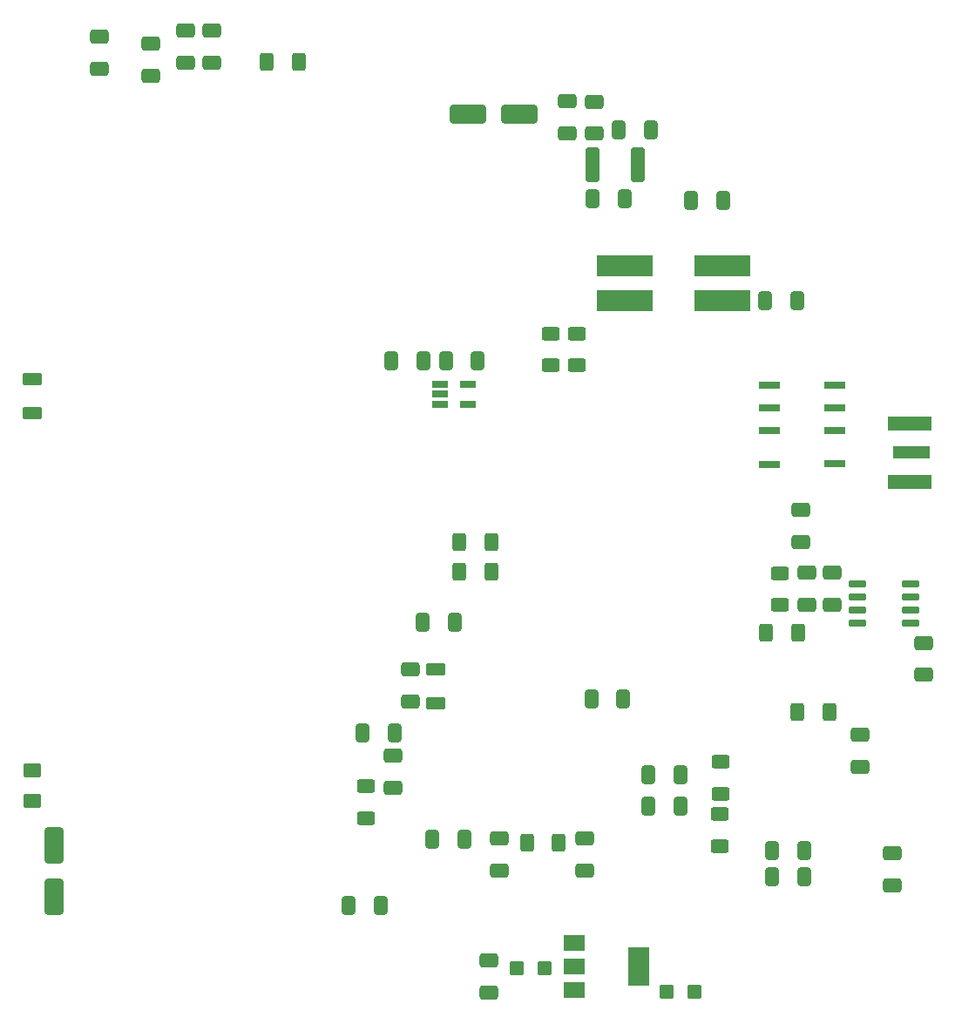
<source format=gbr>
%TF.GenerationSoftware,KiCad,Pcbnew,8.99.0-unknown-498d2c9db1~178~ubuntu22.04.1*%
%TF.CreationDate,2024-05-21T12:15:03+05:30*%
%TF.ProjectId,DDX-4,4444582d-342e-46b6-9963-61645f706362,rev?*%
%TF.SameCoordinates,Original*%
%TF.FileFunction,Paste,Top*%
%TF.FilePolarity,Positive*%
%FSLAX46Y46*%
G04 Gerber Fmt 4.6, Leading zero omitted, Abs format (unit mm)*
G04 Created by KiCad (PCBNEW 8.99.0-unknown-498d2c9db1~178~ubuntu22.04.1) date 2024-05-21 12:15:03*
%MOMM*%
%LPD*%
G01*
G04 APERTURE LIST*
G04 Aperture macros list*
%AMRoundRect*
0 Rectangle with rounded corners*
0 $1 Rounding radius*
0 $2 $3 $4 $5 $6 $7 $8 $9 X,Y pos of 4 corners*
0 Add a 4 corners polygon primitive as box body*
4,1,4,$2,$3,$4,$5,$6,$7,$8,$9,$2,$3,0*
0 Add four circle primitives for the rounded corners*
1,1,$1+$1,$2,$3*
1,1,$1+$1,$4,$5*
1,1,$1+$1,$6,$7*
1,1,$1+$1,$8,$9*
0 Add four rect primitives between the rounded corners*
20,1,$1+$1,$2,$3,$4,$5,0*
20,1,$1+$1,$4,$5,$6,$7,0*
20,1,$1+$1,$6,$7,$8,$9,0*
20,1,$1+$1,$8,$9,$2,$3,0*%
G04 Aperture macros list end*
%ADD10RoundRect,0.250000X0.412500X0.650000X-0.412500X0.650000X-0.412500X-0.650000X0.412500X-0.650000X0*%
%ADD11RoundRect,0.250000X-1.500000X-0.650000X1.500000X-0.650000X1.500000X0.650000X-1.500000X0.650000X0*%
%ADD12RoundRect,0.250000X-0.400000X-0.625000X0.400000X-0.625000X0.400000X0.625000X-0.400000X0.625000X0*%
%ADD13R,2.000000X1.500000*%
%ADD14R,2.000000X3.800000*%
%ADD15RoundRect,0.250000X0.625000X-0.400000X0.625000X0.400000X-0.625000X0.400000X-0.625000X-0.400000X0*%
%ADD16RoundRect,0.250000X-0.412500X-0.650000X0.412500X-0.650000X0.412500X0.650000X-0.412500X0.650000X0*%
%ADD17R,1.560000X0.650000*%
%ADD18R,3.600000X1.270000*%
%ADD19R,4.200000X1.350000*%
%ADD20RoundRect,0.250000X0.650000X-0.412500X0.650000X0.412500X-0.650000X0.412500X-0.650000X-0.412500X0*%
%ADD21RoundRect,0.250000X-0.625000X0.400000X-0.625000X-0.400000X0.625000X-0.400000X0.625000X0.400000X0*%
%ADD22RoundRect,0.250000X0.700000X-0.362500X0.700000X0.362500X-0.700000X0.362500X-0.700000X-0.362500X0*%
%ADD23RoundRect,0.250000X-0.650000X0.412500X-0.650000X-0.412500X0.650000X-0.412500X0.650000X0.412500X0*%
%ADD24R,5.500000X2.150000*%
%ADD25RoundRect,0.250000X-0.450000X-0.425000X0.450000X-0.425000X0.450000X0.425000X-0.450000X0.425000X0*%
%ADD26RoundRect,0.250001X-0.624999X0.462499X-0.624999X-0.462499X0.624999X-0.462499X0.624999X0.462499X0*%
%ADD27R,2.150000X0.800000*%
%ADD28RoundRect,0.250000X0.400000X0.625000X-0.400000X0.625000X-0.400000X-0.625000X0.400000X-0.625000X0*%
%ADD29RoundRect,0.150000X-0.725000X-0.150000X0.725000X-0.150000X0.725000X0.150000X-0.725000X0.150000X0*%
%ADD30RoundRect,0.250000X0.400000X1.450000X-0.400000X1.450000X-0.400000X-1.450000X0.400000X-1.450000X0*%
%ADD31RoundRect,0.250000X0.450000X0.425000X-0.450000X0.425000X-0.450000X-0.425000X0.450000X-0.425000X0*%
%ADD32RoundRect,0.250000X0.650000X-1.500000X0.650000X1.500000X-0.650000X1.500000X-0.650000X-1.500000X0*%
G04 APERTURE END LIST*
D10*
%TO.C,C7*%
X213272500Y-92850000D03*
X210147500Y-92850000D03*
%TD*%
D11*
%TO.C,D1*%
X181302000Y-74704315D03*
X186302000Y-74704315D03*
%TD*%
D12*
%TO.C,R5*%
X180480000Y-116270000D03*
X183580000Y-116270000D03*
%TD*%
D13*
%TO.C,U4*%
X191630000Y-155190000D03*
X191630000Y-157490000D03*
D14*
X197930000Y-157490000D03*
D13*
X191630000Y-159790000D03*
%TD*%
D15*
%TO.C,R2*%
X211640000Y-122380000D03*
X211640000Y-119280000D03*
%TD*%
D16*
%TO.C,C17*%
X195967500Y-76220000D03*
X199092500Y-76220000D03*
%TD*%
D17*
%TO.C,U2*%
X178600000Y-100950000D03*
X178600000Y-101900000D03*
X178600000Y-102850000D03*
X181300000Y-102850000D03*
X181300000Y-100950000D03*
%TD*%
D18*
%TO.C,ANTENNA1*%
X224430000Y-107555000D03*
D19*
X224230000Y-110380000D03*
X224230000Y-104730000D03*
%TD*%
D20*
%TO.C,C4*%
X214240000Y-122392500D03*
X214240000Y-119267500D03*
%TD*%
D21*
%TO.C,R1*%
X191886000Y-96000000D03*
X191886000Y-99100000D03*
%TD*%
D22*
%TO.C,L5*%
X178190000Y-131912500D03*
X178190000Y-128587500D03*
%TD*%
D10*
%TO.C,C26*%
X179982500Y-124070000D03*
X176857500Y-124070000D03*
%TD*%
D20*
%TO.C,C30*%
X156400000Y-69700000D03*
X156400000Y-66575000D03*
%TD*%
D21*
%TO.C,R7*%
X171370000Y-140010000D03*
X171370000Y-143110000D03*
%TD*%
D20*
%TO.C,C9*%
X145450000Y-70312500D03*
X145450000Y-67187500D03*
%TD*%
D16*
%TO.C,C29*%
X177813500Y-145128000D03*
X180938500Y-145128000D03*
%TD*%
D10*
%TO.C,C39*%
X201932500Y-141930000D03*
X198807500Y-141930000D03*
%TD*%
D16*
%TO.C,C16*%
X179137500Y-98624500D03*
X182262500Y-98624500D03*
%TD*%
%TO.C,C42*%
X210811000Y-146233000D03*
X213936000Y-146233000D03*
%TD*%
D21*
%TO.C,R11*%
X205800000Y-142720000D03*
X205800000Y-145820000D03*
%TD*%
D23*
%TO.C,C2*%
X216700000Y-119267500D03*
X216700000Y-122392500D03*
%TD*%
%TO.C,C13*%
X213660000Y-113117500D03*
X213660000Y-116242500D03*
%TD*%
D20*
%TO.C,C1*%
X150490000Y-70932500D03*
X150490000Y-67807500D03*
%TD*%
D15*
%TO.C,R10*%
X205810000Y-140696000D03*
X205810000Y-137596000D03*
%TD*%
D24*
%TO.C,T1*%
X196540000Y-89390000D03*
X196540000Y-92820000D03*
X206040000Y-92820000D03*
X206040000Y-89390000D03*
%TD*%
D23*
%TO.C,C37*%
X192620000Y-145047500D03*
X192620000Y-148172500D03*
%TD*%
D12*
%TO.C,R3*%
X180490000Y-119110000D03*
X183590000Y-119110000D03*
%TD*%
D20*
%TO.C,C10*%
X193610000Y-76592500D03*
X193610000Y-73467500D03*
%TD*%
D10*
%TO.C,C35*%
X174210000Y-134770000D03*
X171085000Y-134770000D03*
%TD*%
D20*
%TO.C,C32*%
X153825000Y-69725000D03*
X153825000Y-66600000D03*
%TD*%
D23*
%TO.C,C36*%
X184324000Y-145020000D03*
X184324000Y-148145000D03*
%TD*%
D25*
%TO.C,C46*%
X200587500Y-159940000D03*
X203287500Y-159940000D03*
%TD*%
D16*
%TO.C,C38*%
X198807500Y-138880000D03*
X201932500Y-138880000D03*
%TD*%
D10*
%TO.C,C3*%
X206080000Y-83070000D03*
X202955000Y-83070000D03*
%TD*%
%TO.C,C23*%
X176967100Y-98624500D03*
X173842100Y-98624500D03*
%TD*%
D20*
%TO.C,C41*%
X219376000Y-138122500D03*
X219376000Y-134997500D03*
%TD*%
%TO.C,C47*%
X183320000Y-160050000D03*
X183320000Y-156925000D03*
%TD*%
D16*
%TO.C,C6*%
X193397500Y-82930000D03*
X196522500Y-82930000D03*
%TD*%
D20*
%TO.C,C15*%
X225570000Y-129172500D03*
X225570000Y-126047500D03*
%TD*%
D23*
%TO.C,C43*%
X222526000Y-146490000D03*
X222526000Y-149615000D03*
%TD*%
%TO.C,C31*%
X173990000Y-137047500D03*
X173990000Y-140172500D03*
%TD*%
D26*
%TO.C,F2*%
X138980000Y-138450000D03*
X138980000Y-141425000D03*
%TD*%
D20*
%TO.C,CX1*%
X175720000Y-131782500D03*
X175720000Y-128657500D03*
%TD*%
D12*
%TO.C,R14*%
X161750000Y-69650000D03*
X164850000Y-69650000D03*
%TD*%
D27*
%TO.C,K1*%
X216970000Y-108620000D03*
X216970000Y-105420000D03*
X216970000Y-103220000D03*
X216970000Y-101020000D03*
X210620000Y-101020000D03*
X210620000Y-103220000D03*
X210620000Y-105420000D03*
X210620000Y-108700000D03*
%TD*%
D22*
%TO.C,L4*%
X138990000Y-103712500D03*
X138990000Y-100387500D03*
%TD*%
D28*
%TO.C,Rin1*%
X216434000Y-132768000D03*
X213334000Y-132768000D03*
%TD*%
D29*
%TO.C,U6*%
X219115000Y-120310000D03*
X219115000Y-121580000D03*
X219115000Y-122850000D03*
X219115000Y-124120000D03*
X224265000Y-124120000D03*
X224265000Y-122850000D03*
X224265000Y-121580000D03*
X224265000Y-120310000D03*
%TD*%
D30*
%TO.C,F1*%
X197815000Y-79570000D03*
X193365000Y-79570000D03*
%TD*%
D10*
%TO.C,C28*%
X196402500Y-131504000D03*
X193277500Y-131504000D03*
%TD*%
D31*
%TO.C,C45*%
X188760000Y-157630000D03*
X186060000Y-157630000D03*
%TD*%
D15*
%TO.C,R12*%
X189350000Y-99100000D03*
X189350000Y-96000000D03*
%TD*%
D32*
%TO.C,D2*%
X141100000Y-150710000D03*
X141100000Y-145710000D03*
%TD*%
D10*
%TO.C,C12*%
X172852500Y-151610000D03*
X169727500Y-151610000D03*
%TD*%
D28*
%TO.C,R4*%
X213380000Y-125090000D03*
X210280000Y-125090000D03*
%TD*%
D16*
%TO.C,C25*%
X210857500Y-148780000D03*
X213982500Y-148780000D03*
%TD*%
D12*
%TO.C,R6*%
X187014000Y-145496000D03*
X190114000Y-145496000D03*
%TD*%
D20*
%TO.C,C11*%
X190910000Y-76582500D03*
X190910000Y-73457500D03*
%TD*%
M02*

</source>
